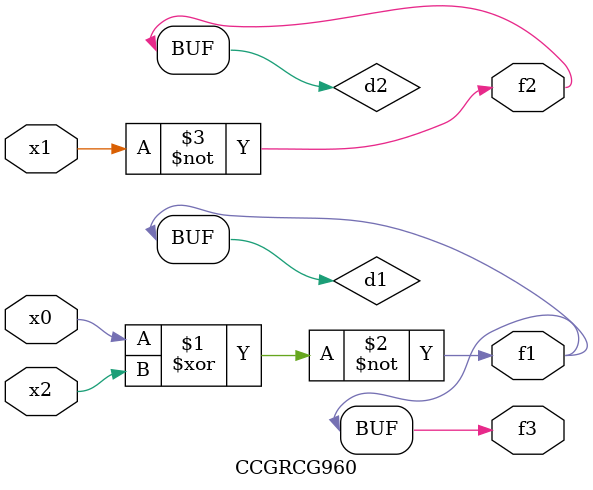
<source format=v>
module CCGRCG960(
	input x0, x1, x2,
	output f1, f2, f3
);

	wire d1, d2, d3;

	xnor (d1, x0, x2);
	nand (d2, x1);
	nor (d3, x1, x2);
	assign f1 = d1;
	assign f2 = d2;
	assign f3 = d1;
endmodule

</source>
